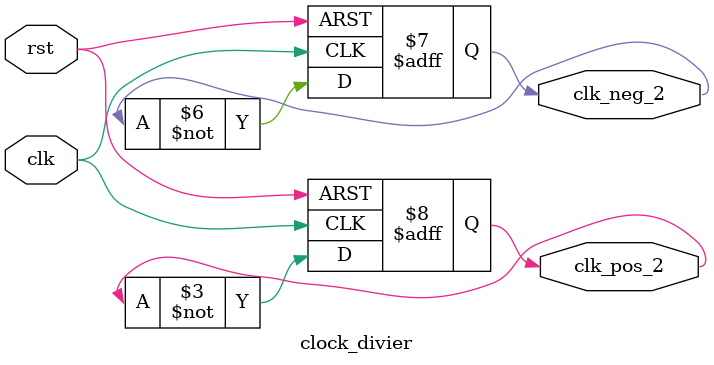
<source format=v>
module clock_divier(
input clk,
input rst,
output reg clk_pos_2,
output reg clk_neg_2
);

always@(posedge clk or negedge rst) begin
	if(~rst)
		clk_pos_2 <= 0;
	else
		clk_pos_2 <= ~clk_pos_2;
end

always@(negedge clk or negedge rst) begin
	if(~rst)
		clk_neg_2 <= 0;
	else
		clk_neg_2 <= ~clk_neg_2;
end
endmodule



</source>
